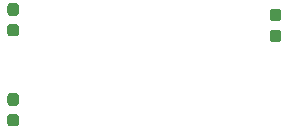
<source format=gbr>
G04 #@! TF.GenerationSoftware,KiCad,Pcbnew,5.0.0-rc3-unknown-14ce5182~65~ubuntu18.04.1*
G04 #@! TF.CreationDate,2018-07-15T20:03:12+01:00*
G04 #@! TF.ProjectId,SEN-14066-adapter,53454E2D31343036362D616461707465,rev?*
G04 #@! TF.SameCoordinates,Original*
G04 #@! TF.FileFunction,Paste,Top*
G04 #@! TF.FilePolarity,Positive*
%FSLAX46Y46*%
G04 Gerber Fmt 4.6, Leading zero omitted, Abs format (unit mm)*
G04 Created by KiCad (PCBNEW 5.0.0-rc3-unknown-14ce5182~65~ubuntu18.04.1) date Sun Jul 15 20:03:12 2018*
%MOMM*%
%LPD*%
G01*
G04 APERTURE LIST*
%ADD10C,0.100000*%
%ADD11C,0.950000*%
G04 APERTURE END LIST*
D10*
G04 #@! TO.C,R1*
G36*
X67570779Y-65516144D02*
X67593834Y-65519563D01*
X67616443Y-65525227D01*
X67638387Y-65533079D01*
X67659457Y-65543044D01*
X67679448Y-65555026D01*
X67698168Y-65568910D01*
X67715438Y-65584562D01*
X67731090Y-65601832D01*
X67744974Y-65620552D01*
X67756956Y-65640543D01*
X67766921Y-65661613D01*
X67774773Y-65683557D01*
X67780437Y-65706166D01*
X67783856Y-65729221D01*
X67785000Y-65752500D01*
X67785000Y-66327500D01*
X67783856Y-66350779D01*
X67780437Y-66373834D01*
X67774773Y-66396443D01*
X67766921Y-66418387D01*
X67756956Y-66439457D01*
X67744974Y-66459448D01*
X67731090Y-66478168D01*
X67715438Y-66495438D01*
X67698168Y-66511090D01*
X67679448Y-66524974D01*
X67659457Y-66536956D01*
X67638387Y-66546921D01*
X67616443Y-66554773D01*
X67593834Y-66560437D01*
X67570779Y-66563856D01*
X67547500Y-66565000D01*
X67072500Y-66565000D01*
X67049221Y-66563856D01*
X67026166Y-66560437D01*
X67003557Y-66554773D01*
X66981613Y-66546921D01*
X66960543Y-66536956D01*
X66940552Y-66524974D01*
X66921832Y-66511090D01*
X66904562Y-66495438D01*
X66888910Y-66478168D01*
X66875026Y-66459448D01*
X66863044Y-66439457D01*
X66853079Y-66418387D01*
X66845227Y-66396443D01*
X66839563Y-66373834D01*
X66836144Y-66350779D01*
X66835000Y-66327500D01*
X66835000Y-65752500D01*
X66836144Y-65729221D01*
X66839563Y-65706166D01*
X66845227Y-65683557D01*
X66853079Y-65661613D01*
X66863044Y-65640543D01*
X66875026Y-65620552D01*
X66888910Y-65601832D01*
X66904562Y-65584562D01*
X66921832Y-65568910D01*
X66940552Y-65555026D01*
X66960543Y-65543044D01*
X66981613Y-65533079D01*
X67003557Y-65525227D01*
X67026166Y-65519563D01*
X67049221Y-65516144D01*
X67072500Y-65515000D01*
X67547500Y-65515000D01*
X67570779Y-65516144D01*
X67570779Y-65516144D01*
G37*
D11*
X67310000Y-66040000D03*
D10*
G36*
X67570779Y-63766144D02*
X67593834Y-63769563D01*
X67616443Y-63775227D01*
X67638387Y-63783079D01*
X67659457Y-63793044D01*
X67679448Y-63805026D01*
X67698168Y-63818910D01*
X67715438Y-63834562D01*
X67731090Y-63851832D01*
X67744974Y-63870552D01*
X67756956Y-63890543D01*
X67766921Y-63911613D01*
X67774773Y-63933557D01*
X67780437Y-63956166D01*
X67783856Y-63979221D01*
X67785000Y-64002500D01*
X67785000Y-64577500D01*
X67783856Y-64600779D01*
X67780437Y-64623834D01*
X67774773Y-64646443D01*
X67766921Y-64668387D01*
X67756956Y-64689457D01*
X67744974Y-64709448D01*
X67731090Y-64728168D01*
X67715438Y-64745438D01*
X67698168Y-64761090D01*
X67679448Y-64774974D01*
X67659457Y-64786956D01*
X67638387Y-64796921D01*
X67616443Y-64804773D01*
X67593834Y-64810437D01*
X67570779Y-64813856D01*
X67547500Y-64815000D01*
X67072500Y-64815000D01*
X67049221Y-64813856D01*
X67026166Y-64810437D01*
X67003557Y-64804773D01*
X66981613Y-64796921D01*
X66960543Y-64786956D01*
X66940552Y-64774974D01*
X66921832Y-64761090D01*
X66904562Y-64745438D01*
X66888910Y-64728168D01*
X66875026Y-64709448D01*
X66863044Y-64689457D01*
X66853079Y-64668387D01*
X66845227Y-64646443D01*
X66839563Y-64623834D01*
X66836144Y-64600779D01*
X66835000Y-64577500D01*
X66835000Y-64002500D01*
X66836144Y-63979221D01*
X66839563Y-63956166D01*
X66845227Y-63933557D01*
X66853079Y-63911613D01*
X66863044Y-63890543D01*
X66875026Y-63870552D01*
X66888910Y-63851832D01*
X66904562Y-63834562D01*
X66921832Y-63818910D01*
X66940552Y-63805026D01*
X66960543Y-63793044D01*
X66981613Y-63783079D01*
X67003557Y-63775227D01*
X67026166Y-63769563D01*
X67049221Y-63766144D01*
X67072500Y-63765000D01*
X67547500Y-63765000D01*
X67570779Y-63766144D01*
X67570779Y-63766144D01*
G37*
D11*
X67310000Y-64290000D03*
G04 #@! TD*
D10*
G04 #@! TO.C,R2*
G36*
X67570779Y-71386144D02*
X67593834Y-71389563D01*
X67616443Y-71395227D01*
X67638387Y-71403079D01*
X67659457Y-71413044D01*
X67679448Y-71425026D01*
X67698168Y-71438910D01*
X67715438Y-71454562D01*
X67731090Y-71471832D01*
X67744974Y-71490552D01*
X67756956Y-71510543D01*
X67766921Y-71531613D01*
X67774773Y-71553557D01*
X67780437Y-71576166D01*
X67783856Y-71599221D01*
X67785000Y-71622500D01*
X67785000Y-72197500D01*
X67783856Y-72220779D01*
X67780437Y-72243834D01*
X67774773Y-72266443D01*
X67766921Y-72288387D01*
X67756956Y-72309457D01*
X67744974Y-72329448D01*
X67731090Y-72348168D01*
X67715438Y-72365438D01*
X67698168Y-72381090D01*
X67679448Y-72394974D01*
X67659457Y-72406956D01*
X67638387Y-72416921D01*
X67616443Y-72424773D01*
X67593834Y-72430437D01*
X67570779Y-72433856D01*
X67547500Y-72435000D01*
X67072500Y-72435000D01*
X67049221Y-72433856D01*
X67026166Y-72430437D01*
X67003557Y-72424773D01*
X66981613Y-72416921D01*
X66960543Y-72406956D01*
X66940552Y-72394974D01*
X66921832Y-72381090D01*
X66904562Y-72365438D01*
X66888910Y-72348168D01*
X66875026Y-72329448D01*
X66863044Y-72309457D01*
X66853079Y-72288387D01*
X66845227Y-72266443D01*
X66839563Y-72243834D01*
X66836144Y-72220779D01*
X66835000Y-72197500D01*
X66835000Y-71622500D01*
X66836144Y-71599221D01*
X66839563Y-71576166D01*
X66845227Y-71553557D01*
X66853079Y-71531613D01*
X66863044Y-71510543D01*
X66875026Y-71490552D01*
X66888910Y-71471832D01*
X66904562Y-71454562D01*
X66921832Y-71438910D01*
X66940552Y-71425026D01*
X66960543Y-71413044D01*
X66981613Y-71403079D01*
X67003557Y-71395227D01*
X67026166Y-71389563D01*
X67049221Y-71386144D01*
X67072500Y-71385000D01*
X67547500Y-71385000D01*
X67570779Y-71386144D01*
X67570779Y-71386144D01*
G37*
D11*
X67310000Y-71910000D03*
D10*
G36*
X67570779Y-73136144D02*
X67593834Y-73139563D01*
X67616443Y-73145227D01*
X67638387Y-73153079D01*
X67659457Y-73163044D01*
X67679448Y-73175026D01*
X67698168Y-73188910D01*
X67715438Y-73204562D01*
X67731090Y-73221832D01*
X67744974Y-73240552D01*
X67756956Y-73260543D01*
X67766921Y-73281613D01*
X67774773Y-73303557D01*
X67780437Y-73326166D01*
X67783856Y-73349221D01*
X67785000Y-73372500D01*
X67785000Y-73947500D01*
X67783856Y-73970779D01*
X67780437Y-73993834D01*
X67774773Y-74016443D01*
X67766921Y-74038387D01*
X67756956Y-74059457D01*
X67744974Y-74079448D01*
X67731090Y-74098168D01*
X67715438Y-74115438D01*
X67698168Y-74131090D01*
X67679448Y-74144974D01*
X67659457Y-74156956D01*
X67638387Y-74166921D01*
X67616443Y-74174773D01*
X67593834Y-74180437D01*
X67570779Y-74183856D01*
X67547500Y-74185000D01*
X67072500Y-74185000D01*
X67049221Y-74183856D01*
X67026166Y-74180437D01*
X67003557Y-74174773D01*
X66981613Y-74166921D01*
X66960543Y-74156956D01*
X66940552Y-74144974D01*
X66921832Y-74131090D01*
X66904562Y-74115438D01*
X66888910Y-74098168D01*
X66875026Y-74079448D01*
X66863044Y-74059457D01*
X66853079Y-74038387D01*
X66845227Y-74016443D01*
X66839563Y-73993834D01*
X66836144Y-73970779D01*
X66835000Y-73947500D01*
X66835000Y-73372500D01*
X66836144Y-73349221D01*
X66839563Y-73326166D01*
X66845227Y-73303557D01*
X66853079Y-73281613D01*
X66863044Y-73260543D01*
X66875026Y-73240552D01*
X66888910Y-73221832D01*
X66904562Y-73204562D01*
X66921832Y-73188910D01*
X66940552Y-73175026D01*
X66960543Y-73163044D01*
X66981613Y-73153079D01*
X67003557Y-73145227D01*
X67026166Y-73139563D01*
X67049221Y-73136144D01*
X67072500Y-73135000D01*
X67547500Y-73135000D01*
X67570779Y-73136144D01*
X67570779Y-73136144D01*
G37*
D11*
X67310000Y-73660000D03*
G04 #@! TD*
D10*
G04 #@! TO.C,R3*
G36*
X89795779Y-64246144D02*
X89818834Y-64249563D01*
X89841443Y-64255227D01*
X89863387Y-64263079D01*
X89884457Y-64273044D01*
X89904448Y-64285026D01*
X89923168Y-64298910D01*
X89940438Y-64314562D01*
X89956090Y-64331832D01*
X89969974Y-64350552D01*
X89981956Y-64370543D01*
X89991921Y-64391613D01*
X89999773Y-64413557D01*
X90005437Y-64436166D01*
X90008856Y-64459221D01*
X90010000Y-64482500D01*
X90010000Y-65057500D01*
X90008856Y-65080779D01*
X90005437Y-65103834D01*
X89999773Y-65126443D01*
X89991921Y-65148387D01*
X89981956Y-65169457D01*
X89969974Y-65189448D01*
X89956090Y-65208168D01*
X89940438Y-65225438D01*
X89923168Y-65241090D01*
X89904448Y-65254974D01*
X89884457Y-65266956D01*
X89863387Y-65276921D01*
X89841443Y-65284773D01*
X89818834Y-65290437D01*
X89795779Y-65293856D01*
X89772500Y-65295000D01*
X89297500Y-65295000D01*
X89274221Y-65293856D01*
X89251166Y-65290437D01*
X89228557Y-65284773D01*
X89206613Y-65276921D01*
X89185543Y-65266956D01*
X89165552Y-65254974D01*
X89146832Y-65241090D01*
X89129562Y-65225438D01*
X89113910Y-65208168D01*
X89100026Y-65189448D01*
X89088044Y-65169457D01*
X89078079Y-65148387D01*
X89070227Y-65126443D01*
X89064563Y-65103834D01*
X89061144Y-65080779D01*
X89060000Y-65057500D01*
X89060000Y-64482500D01*
X89061144Y-64459221D01*
X89064563Y-64436166D01*
X89070227Y-64413557D01*
X89078079Y-64391613D01*
X89088044Y-64370543D01*
X89100026Y-64350552D01*
X89113910Y-64331832D01*
X89129562Y-64314562D01*
X89146832Y-64298910D01*
X89165552Y-64285026D01*
X89185543Y-64273044D01*
X89206613Y-64263079D01*
X89228557Y-64255227D01*
X89251166Y-64249563D01*
X89274221Y-64246144D01*
X89297500Y-64245000D01*
X89772500Y-64245000D01*
X89795779Y-64246144D01*
X89795779Y-64246144D01*
G37*
D11*
X89535000Y-64770000D03*
D10*
G36*
X89795779Y-65996144D02*
X89818834Y-65999563D01*
X89841443Y-66005227D01*
X89863387Y-66013079D01*
X89884457Y-66023044D01*
X89904448Y-66035026D01*
X89923168Y-66048910D01*
X89940438Y-66064562D01*
X89956090Y-66081832D01*
X89969974Y-66100552D01*
X89981956Y-66120543D01*
X89991921Y-66141613D01*
X89999773Y-66163557D01*
X90005437Y-66186166D01*
X90008856Y-66209221D01*
X90010000Y-66232500D01*
X90010000Y-66807500D01*
X90008856Y-66830779D01*
X90005437Y-66853834D01*
X89999773Y-66876443D01*
X89991921Y-66898387D01*
X89981956Y-66919457D01*
X89969974Y-66939448D01*
X89956090Y-66958168D01*
X89940438Y-66975438D01*
X89923168Y-66991090D01*
X89904448Y-67004974D01*
X89884457Y-67016956D01*
X89863387Y-67026921D01*
X89841443Y-67034773D01*
X89818834Y-67040437D01*
X89795779Y-67043856D01*
X89772500Y-67045000D01*
X89297500Y-67045000D01*
X89274221Y-67043856D01*
X89251166Y-67040437D01*
X89228557Y-67034773D01*
X89206613Y-67026921D01*
X89185543Y-67016956D01*
X89165552Y-67004974D01*
X89146832Y-66991090D01*
X89129562Y-66975438D01*
X89113910Y-66958168D01*
X89100026Y-66939448D01*
X89088044Y-66919457D01*
X89078079Y-66898387D01*
X89070227Y-66876443D01*
X89064563Y-66853834D01*
X89061144Y-66830779D01*
X89060000Y-66807500D01*
X89060000Y-66232500D01*
X89061144Y-66209221D01*
X89064563Y-66186166D01*
X89070227Y-66163557D01*
X89078079Y-66141613D01*
X89088044Y-66120543D01*
X89100026Y-66100552D01*
X89113910Y-66081832D01*
X89129562Y-66064562D01*
X89146832Y-66048910D01*
X89165552Y-66035026D01*
X89185543Y-66023044D01*
X89206613Y-66013079D01*
X89228557Y-66005227D01*
X89251166Y-65999563D01*
X89274221Y-65996144D01*
X89297500Y-65995000D01*
X89772500Y-65995000D01*
X89795779Y-65996144D01*
X89795779Y-65996144D01*
G37*
D11*
X89535000Y-66520000D03*
G04 #@! TD*
M02*

</source>
